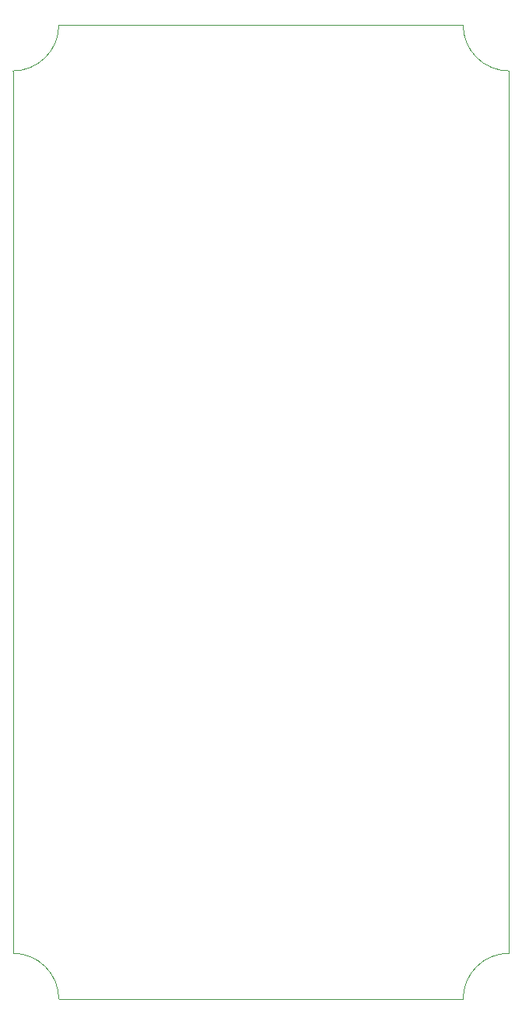
<source format=gbr>
%TF.GenerationSoftware,KiCad,Pcbnew,7.0.2*%
%TF.CreationDate,2025-02-17T11:53:53+00:00*%
%TF.ProjectId,stomp_00,73746f6d-705f-4303-902e-6b696361645f,rev?*%
%TF.SameCoordinates,Original*%
%TF.FileFunction,Profile,NP*%
%FSLAX46Y46*%
G04 Gerber Fmt 4.6, Leading zero omitted, Abs format (unit mm)*
G04 Created by KiCad (PCBNEW 7.0.2) date 2025-02-17 11:53:53*
%MOMM*%
%LPD*%
G01*
G04 APERTURE LIST*
%TA.AperFunction,Profile*%
%ADD10C,0.100000*%
%TD*%
G04 APERTURE END LIST*
D10*
X5000000Y-106000000D02*
X49000000Y-106000000D01*
X54000000Y-101000000D02*
G75*
G03*
X49000000Y-106000000I0J-5000000D01*
G01*
X49000000Y0D02*
G75*
G03*
X54000000Y-5000000I5000000J0D01*
G01*
X54000000Y-5000000D02*
X54000000Y-101000000D01*
X5000000Y0D02*
X49000000Y0D01*
X0Y-101000000D02*
X0Y-5000000D01*
X0Y-5000000D02*
G75*
G03*
X5000000Y0I0J5000000D01*
G01*
X5000000Y-106000000D02*
G75*
G03*
X0Y-101000000I-5000000J0D01*
G01*
M02*

</source>
